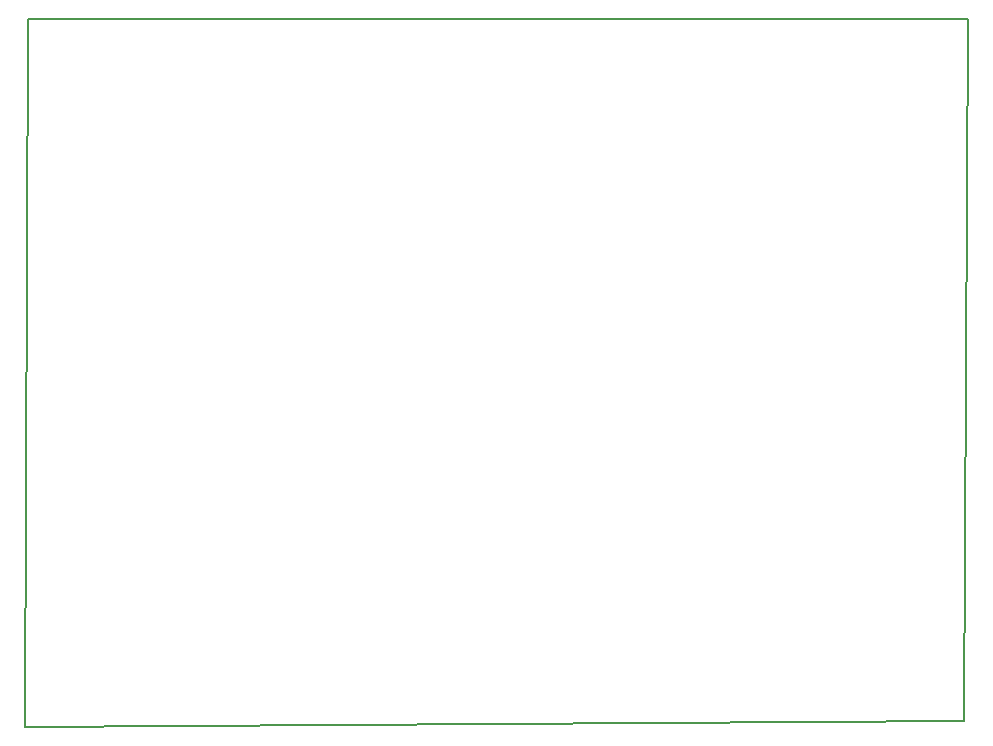
<source format=gbr>
%TF.GenerationSoftware,KiCad,Pcbnew,(6.0.10)*%
%TF.CreationDate,2023-03-06T12:11:40-08:00*%
%TF.ProjectId,PCM5242,50434d35-3234-4322-9e6b-696361645f70,rev?*%
%TF.SameCoordinates,Original*%
%TF.FileFunction,Profile,NP*%
%FSLAX46Y46*%
G04 Gerber Fmt 4.6, Leading zero omitted, Abs format (unit mm)*
G04 Created by KiCad (PCBNEW (6.0.10)) date 2023-03-06 12:11:40*
%MOMM*%
%LPD*%
G01*
G04 APERTURE LIST*
%TA.AperFunction,Profile*%
%ADD10C,0.200000*%
%TD*%
G04 APERTURE END LIST*
D10*
X47625000Y-74930000D02*
X127254000Y-74930000D01*
X47371000Y-134874000D02*
X47625000Y-74930000D01*
X127254000Y-74930000D02*
X126873000Y-134366000D01*
X126873000Y-134366000D02*
X47371000Y-134874000D01*
M02*

</source>
